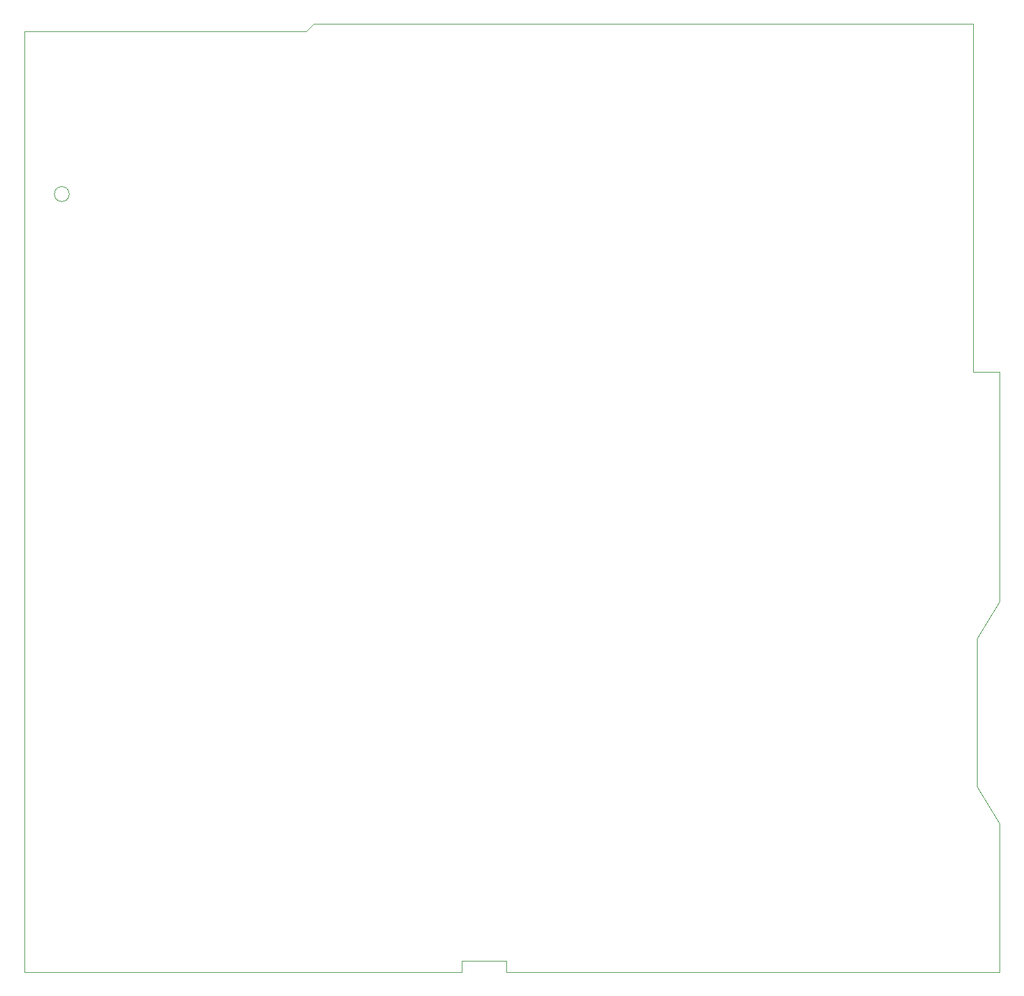
<source format=gbr>
%TF.GenerationSoftware,KiCad,Pcbnew,8.0.9-8.0.9-0~ubuntu24.04.1*%
%TF.CreationDate,2025-02-24T01:21:32+01:00*%
%TF.ProjectId,Main_PCB,4d61696e-5f50-4434-922e-6b696361645f,0.1*%
%TF.SameCoordinates,Original*%
%TF.FileFunction,Profile,NP*%
%FSLAX46Y46*%
G04 Gerber Fmt 4.6, Leading zero omitted, Abs format (unit mm)*
G04 Created by KiCad (PCBNEW 8.0.9-8.0.9-0~ubuntu24.04.1) date 2025-02-24 01:21:32*
%MOMM*%
%LPD*%
G01*
G04 APERTURE LIST*
%TA.AperFunction,Profile*%
%ADD10C,0.100000*%
%TD*%
G04 APERTURE END LIST*
D10*
X51000000Y-101000000D02*
G75*
G02*
X49000000Y-101000000I-1000000J0D01*
G01*
X49000000Y-101000000D02*
G75*
G02*
X51000000Y-101000000I1000000J0D01*
G01*
X173500000Y-161000000D02*
X173500000Y-181000000D01*
X104000000Y-206000000D02*
X104000000Y-204500000D01*
X173500000Y-181000000D02*
X176500000Y-186000000D01*
X45000000Y-79000000D02*
X83000000Y-79000000D01*
X110000000Y-206000000D02*
X176500000Y-206000000D01*
X176500000Y-186000000D02*
X176500000Y-206000000D01*
X84000000Y-78000000D02*
X173000000Y-78000000D01*
X45000000Y-206000000D02*
X104000000Y-206000000D01*
X83000000Y-79000000D02*
X84000000Y-78000000D01*
X176500000Y-125000000D02*
X173000000Y-125000000D01*
X110000000Y-204500000D02*
X110000000Y-206000000D01*
X104000000Y-204500000D02*
X110000000Y-204500000D01*
X176500000Y-125000000D02*
X176500000Y-156000000D01*
X176500000Y-156000000D02*
X173500000Y-161000000D01*
X45000000Y-206000000D02*
X45000000Y-79000000D01*
X173000000Y-78000000D02*
X173000000Y-125000000D01*
M02*

</source>
